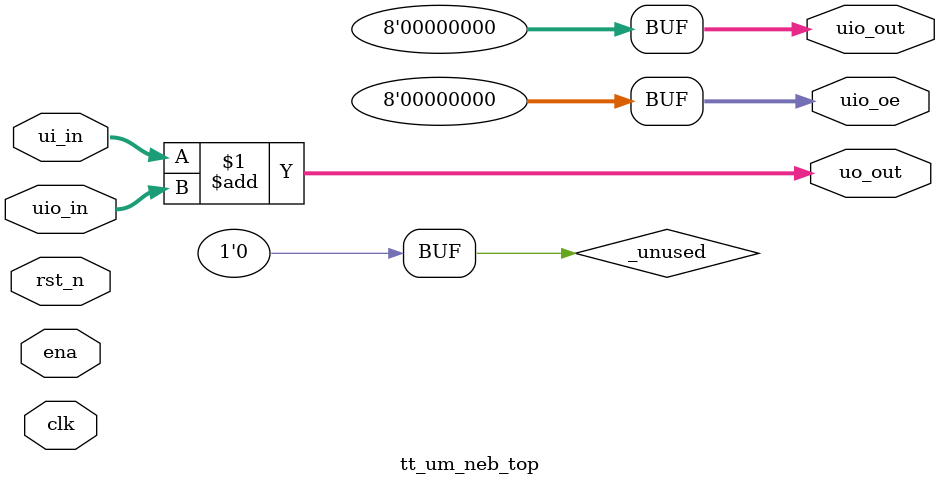
<source format=v>
/*
 * Copyright (c) 2024 Your Name
 * SPDX-License-Identifier: Apache-2.0
 */

`default_nettype none

module tt_um_neb_top (
    input  wire [7:0] ui_in,    // Dedicated inputs lalala
    output wire [7:0] uo_out,   // Dedicated outputs
    input  wire [7:0] uio_in,   // IOs: Input path
    output wire [7:0] uio_out,  // IOs: Output path
    output wire [7:0] uio_oe,   // IOs: Enable path (active high: 0=input, 1=output)
    input  wire       ena,      // always 1 when the design is powered, so you can ignore it
    input  wire       clk,      // clock
    input  wire       rst_n     // reset_n - low to reset
);

  // All output pins must be assigned. If not used, assign to 0.
  assign uo_out  = ui_in + uio_in;  // Example: ou_out is the sum of ui_in and uio_in
  assign uio_out = 0;
  assign uio_oe  = 0;

  // List all unused inputs to prevent warnings
  wire _unused = &{ena, clk, rst_n, 1'b0};

endmodule

</source>
